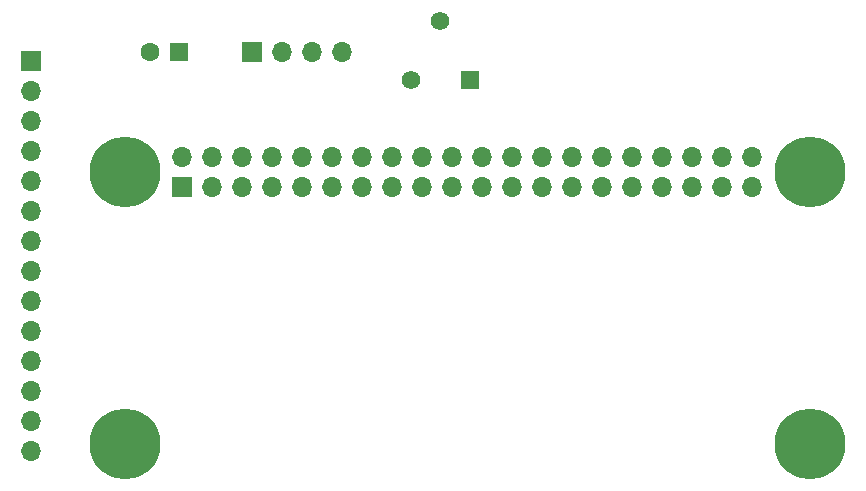
<source format=gbr>
%TF.GenerationSoftware,KiCad,Pcbnew,6.0.9-8da3e8f707~116~ubuntu22.04.1*%
%TF.CreationDate,2022-11-17T13:26:58-05:00*%
%TF.ProjectId,can-crusher-pi-hat,63616e2d-6372-4757-9368-65722d70692d,rev?*%
%TF.SameCoordinates,Original*%
%TF.FileFunction,Soldermask,Bot*%
%TF.FilePolarity,Negative*%
%FSLAX46Y46*%
G04 Gerber Fmt 4.6, Leading zero omitted, Abs format (unit mm)*
G04 Created by KiCad (PCBNEW 6.0.9-8da3e8f707~116~ubuntu22.04.1) date 2022-11-17 13:26:58*
%MOMM*%
%LPD*%
G01*
G04 APERTURE LIST*
%ADD10R,1.700000X1.700000*%
%ADD11O,1.700000X1.700000*%
%ADD12R,1.560000X1.560000*%
%ADD13C,1.560000*%
%ADD14R,1.600000X1.600000*%
%ADD15C,1.600000*%
%ADD16C,6.000000*%
G04 APERTURE END LIST*
D10*
%TO.C,J3*%
X130175000Y-56896000D03*
D11*
X132715000Y-56896000D03*
X135255000Y-56896000D03*
X137795000Y-56896000D03*
%TD*%
D12*
%TO.C,RV1*%
X148590000Y-59309000D03*
D13*
X146090000Y-54309000D03*
X143590000Y-59309000D03*
%TD*%
D14*
%TO.C,C1*%
X123991380Y-56896000D03*
D15*
X121491380Y-56896000D03*
%TD*%
D10*
%TO.C,J2*%
X111404000Y-57668000D03*
D11*
X111404000Y-60208000D03*
X111404000Y-62748000D03*
X111404000Y-65288000D03*
X111404000Y-67828000D03*
X111404000Y-70368000D03*
X111404000Y-72908000D03*
X111404000Y-75448000D03*
X111404000Y-77988000D03*
X111404000Y-80528000D03*
X111404000Y-83068000D03*
X111404000Y-85608000D03*
X111404000Y-88148000D03*
X111404000Y-90688000D03*
%TD*%
D16*
%TO.C,J1*%
X119373000Y-67104000D03*
X177373000Y-67104000D03*
X119373000Y-90104000D03*
X177373000Y-90104000D03*
D10*
X124243000Y-68374000D03*
D11*
X124243000Y-65834000D03*
X126783000Y-68374000D03*
X126783000Y-65834000D03*
X129323000Y-68374000D03*
X129323000Y-65834000D03*
X131863000Y-68374000D03*
X131863000Y-65834000D03*
X134403000Y-68374000D03*
X134403000Y-65834000D03*
X136943000Y-68374000D03*
X136943000Y-65834000D03*
X139483000Y-68374000D03*
X139483000Y-65834000D03*
X142023000Y-68374000D03*
X142023000Y-65834000D03*
X144563000Y-68374000D03*
X144563000Y-65834000D03*
X147103000Y-68374000D03*
X147103000Y-65834000D03*
X149643000Y-68374000D03*
X149643000Y-65834000D03*
X152183000Y-68374000D03*
X152183000Y-65834000D03*
X154723000Y-68374000D03*
X154723000Y-65834000D03*
X157263000Y-68374000D03*
X157263000Y-65834000D03*
X159803000Y-68374000D03*
X159803000Y-65834000D03*
X162343000Y-68374000D03*
X162343000Y-65834000D03*
X164883000Y-68374000D03*
X164883000Y-65834000D03*
X167423000Y-68374000D03*
X167423000Y-65834000D03*
X169963000Y-68374000D03*
X169963000Y-65834000D03*
X172503000Y-68374000D03*
X172503000Y-65834000D03*
%TD*%
M02*

</source>
